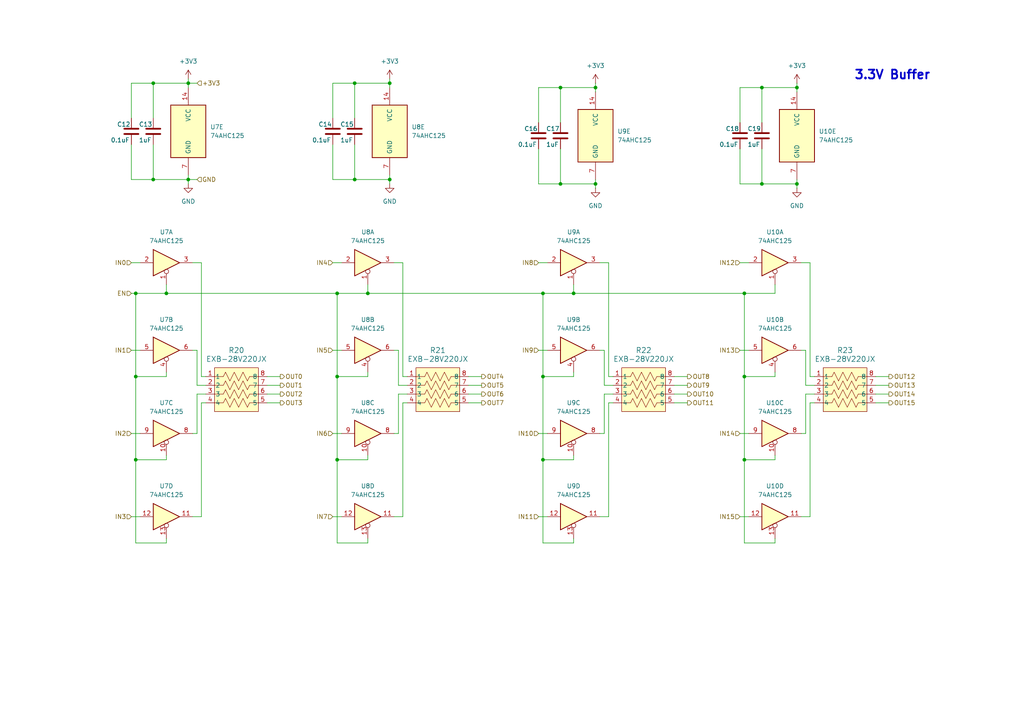
<source format=kicad_sch>
(kicad_sch (version 20250114) (generator "eeschema") (generator_version "9.0")
  (paper "A4")
  (lib_symbols
    (symbol "74xx:74AHCT125" (pin_names (offset 1.016))
      (property "Reference" "U" (at 0 1.27 0))
      (property "Value" "74AHCT125" (at 0 -1.27 0))
      (symbol "74AHCT125_1_0"
        (polyline (pts (xy -3.81 3.81) (xy -3.81 -3.81) (xy 3.81 0) (xy -3.81 3.81)) (stroke (width 0.254)) (fill (type background)))
        (pin input line (at -7.62 0 0) (length 3.81) (name "~") (number "2"))
        (pin input inverted (at 0 -6.35 90) (length 4.445) (name "~") (number "1"))
        (pin tri_state line (at 7.62 0 180) (length 3.81) (name "~") (number "3"))
      )
      (symbol "74AHCT125_2_0"
        (polyline (pts (xy -3.81 3.81) (xy -3.81 -3.81) (xy 3.81 0) (xy -3.81 3.81)) (stroke (width 0.254)) (fill (type background)))
        (pin input line (at -7.62 0 0) (length 3.81) (name "~") (number "5"))
        (pin input inverted (at 0 -6.35 90) (length 4.445) (name "~") (number "4"))
        (pin tri_state line (at 7.62 0 180) (length 3.81) (name "~") (number "6"))
      )
      (symbol "74AHCT125_3_0"
        (polyline (pts (xy -3.81 3.81) (xy -3.81 -3.81) (xy 3.81 0) (xy -3.81 3.81)) (stroke (width 0.254)) (fill (type background)))
        (pin input line (at -7.62 0 0) (length 3.81) (name "~") (number "9"))
        (pin input inverted (at 0 -6.35 90) (length 4.445) (name "~") (number "10"))
        (pin tri_state line (at 7.62 0 180) (length 3.81) (name "~") (number "8"))
      )
      (symbol "74AHCT125_4_0"
        (polyline (pts (xy -3.81 3.81) (xy -3.81 -3.81) (xy 3.81 0) (xy -3.81 3.81)) (stroke (width 0.254)) (fill (type background)))
        (pin input line (at -7.62 0 0) (length 3.81) (name "~") (number "12"))
        (pin input inverted (at 0 -6.35 90) (length 4.445) (name "~") (number "13"))
        (pin tri_state line (at 7.62 0 180) (length 3.81) (name "~") (number "11"))
      )
      (symbol "74AHCT125_5_0"
        (pin power_in line (at 0 12.7 270) (length 5.08) (name "VCC") (number "14"))
        (pin power_in line (at 0 -12.7 90) (length 5.08) (name "GND") (number "7"))
      )
      (symbol "74AHCT125_5_1"
        (rectangle (start -5.08 7.62) (end 5.08 -7.62) (stroke (width 0.254)) (fill (type background)))
      )
    )
    (symbol "Device:C" (pin_numbers (hide yes)) (pin_names (offset 0.254))
      (property "Reference" "C" (at 0.635 2.54 0))
      (property "Value" "C" (at 0.635 -2.54 0))
      (symbol "C_0_1"
        (polyline (pts (xy -2.032 0.762) (xy 2.032 0.762)) (stroke (width 0.508)))
        (polyline (pts (xy -2.032 -0.762) (xy 2.032 -0.762)) (stroke (width 0.508)))
      )
      (symbol "C_1_1"
        (pin passive line (at 0 3.81 270) (length 2.794) (name "~") (number "1"))
        (pin passive line (at 0 -3.81 90) (length 2.794) (name "~") (number "2"))
      )
    )
    (symbol "Device:EXB-28V220JX" (pin_names (offset 0.254))
      (property "Reference" "R" (at 8.382 9.144 0))
      (property "Value" "EXB-28V220JX" (at 8.89 5.588 0))
      (symbol "EXB-28V220JX_0_1"
        (polyline (pts (xy 2.54 0) (xy 5.08 0)) (stroke (width 0.127)))
        (polyline (pts (xy 2.54 -2.54) (xy 5.08 -2.54)) (stroke (width 0.127)))
        (polyline (pts (xy 2.54 -5.08) (xy 5.08 -5.08)) (stroke (width 0.127)))
        (polyline (pts (xy 2.54 -7.62) (xy 5.08 -7.62)) (stroke (width 0.127)))
        (polyline (pts (xy 5.08 0) (xy 5.715 1.27)) (stroke (width 0.127)))
        (polyline (pts (xy 5.08 -2.54) (xy 5.715 -1.27)) (stroke (width 0.127)))
        (polyline (pts (xy 5.08 -5.08) (xy 5.715 -3.81)) (stroke (width 0.127)))
        (polyline (pts (xy 5.08 -7.62) (xy 5.715 -6.35)) (stroke (width 0.127)))
        (polyline (pts (xy 5.715 1.27) (xy 6.985 -1.27)) (stroke (width 0.127)))
        (polyline (pts (xy 5.715 -1.27) (xy 6.985 -3.81)) (stroke (width 0.127)))
        (polyline (pts (xy 5.715 -3.81) (xy 6.985 -6.35)) (stroke (width 0.127)))
        (polyline (pts (xy 5.715 -6.35) (xy 6.985 -8.89)) (stroke (width 0.127)))
        (polyline (pts (xy 6.985 -1.27) (xy 8.255 1.27)) (stroke (width 0.127)))
        (polyline (pts (xy 6.985 -3.81) (xy 8.255 -1.27)) (stroke (width 0.127)))
        (polyline (pts (xy 6.985 -6.35) (xy 8.255 -3.81)) (stroke (width 0.127)))
        (polyline (pts (xy 6.985 -8.89) (xy 8.255 -6.35)) (stroke (width 0.127)))
        (polyline (pts (xy 8.255 1.27) (xy 9.525 -1.27)) (stroke (width 0.127)))
        (polyline (pts (xy 8.255 -1.27) (xy 9.525 -3.81)) (stroke (width 0.127)))
        (polyline (pts (xy 8.255 -3.81) (xy 9.525 -6.35)) (stroke (width 0.127)))
        (polyline (pts (xy 8.255 -6.35) (xy 9.525 -8.89)) (stroke (width 0.127)))
        (polyline (pts (xy 9.525 -1.27) (xy 10.795 1.27)) (stroke (width 0.127)))
        (polyline (pts (xy 9.525 -3.81) (xy 10.795 -1.27)) (stroke (width 0.127)))
        (polyline (pts (xy 9.525 -6.35) (xy 10.795 -3.81)) (stroke (width 0.127)))
        (polyline (pts (xy 9.525 -8.89) (xy 10.795 -6.35)) (stroke (width 0.127)))
        (polyline (pts (xy 10.795 1.27) (xy 12.065 -1.27)) (stroke (width 0.127)))
        (polyline (pts (xy 10.795 -1.27) (xy 12.065 -3.81)) (stroke (width 0.127)))
        (polyline (pts (xy 10.795 -3.81) (xy 12.065 -6.35)) (stroke (width 0.127)))
        (polyline (pts (xy 10.795 -6.35) (xy 12.065 -8.89)) (stroke (width 0.127)))
        (polyline (pts (xy 12.065 -1.27) (xy 12.7 0)) (stroke (width 0.127)))
        (polyline (pts (xy 12.065 -3.81) (xy 12.7 -2.54)) (stroke (width 0.127)))
        (polyline (pts (xy 12.065 -6.35) (xy 12.7 -5.08)) (stroke (width 0.127)))
        (polyline (pts (xy 12.065 -8.89) (xy 12.7 -7.62)) (stroke (width 0.127)))
        (polyline (pts (xy 12.7 0) (xy 15.24 0)) (stroke (width 0.127)))
        (polyline (pts (xy 12.7 -2.54) (xy 15.24 -2.54)) (stroke (width 0.127)))
        (polyline (pts (xy 12.7 -5.08) (xy 15.24 -5.08)) (stroke (width 0.127)))
        (polyline (pts (xy 12.7 -7.62) (xy 15.24 -7.62)) (stroke (width 0.127)))
        (pin unspecified line (at 0 0 0) (length 2.54) (name "1") (number "1"))
        (pin unspecified line (at 0 -2.54 0) (length 2.54) (name "2") (number "2"))
        (pin unspecified line (at 0 -5.08 0) (length 2.54) (name "3") (number "3"))
        (pin unspecified line (at 0 -7.62 0) (length 2.54) (name "4") (number "4"))
        (pin unspecified line (at 17.78 0 180) (length 2.54) (name "8") (number "8"))
        (pin unspecified line (at 17.78 -2.54 180) (length 2.54) (name "7") (number "7"))
        (pin unspecified line (at 17.78 -5.08 180) (length 2.54) (name "6") (number "6"))
        (pin unspecified line (at 17.78 -7.62 180) (length 2.54) (name "5") (number "5"))
      )
      (symbol "EXB-28V220JX_1_1"
        (rectangle (start 2.54 2.54) (end 15.24 -10.16) (fill (type background)))
      )
    )
    (symbol "power:+3V3" (power) (pin_numbers (hide yes)) (pin_names (offset 0) (hide yes))
      (property "Value" "+3V3" (at 0 3.556 0))
      (symbol "+3V3_0_1"
        (polyline (pts (xy -0.762 1.27) (xy 0 2.54)))
        (polyline (pts (xy 0 2.54) (xy 0.762 1.27)))
        (polyline (pts (xy 0 0) (xy 0 2.54)))
      )
      (symbol "+3V3_1_1"
        (pin power_in line (at 0 0 90) (length 0) (name "~") (number "1"))
      )
    )
    (symbol "power:GND" (power) (pin_numbers (hide yes)) (pin_names (offset 0) (hide yes))
      (property "Value" "GND" (at 0 -3.81 0))
      (symbol "GND_0_1"
        (polyline (pts (xy 0 0) (xy 0 -1.27) (xy 1.27 -1.27) (xy 0 -2.54) (xy -1.27 -1.27) (xy 0 -1.27)))
      )
      (symbol "GND_1_1"
        (pin power_in line (at 0 0 270) (length 0) (name "~") (number "1"))
      )
    )
  )
  (text "3.3V Buffer\n" (at 258.826 21.844 0) (effects (font (size 2.54 2.54) (thickness 0.508) (bold yes))))
  (junction (at 97.79 133.35))
  (junction (at 44.45 24.13))
  (junction (at 162.56 53.34))
  (junction (at 215.9 133.35))
  (junction (at 39.37 133.35))
  (junction (at 102.87 24.13))
  (junction (at 102.87 52.07))
  (junction (at 97.79 109.22))
  (junction (at 166.37 85.09))
  (junction (at 162.56 25.4))
  (junction (at 97.79 85.09))
  (junction (at 39.37 109.22))
  (junction (at 231.14 53.34))
  (junction (at 220.98 53.34))
  (junction (at 54.61 52.07))
  (junction (at 113.03 52.07))
  (junction (at 113.03 24.13))
  (junction (at 172.72 53.34))
  (junction (at 215.9 109.22))
  (junction (at 231.14 25.4))
  (junction (at 215.9 85.09))
  (junction (at 48.26 85.09))
  (junction (at 44.45 52.07))
  (junction (at 172.72 25.4))
  (junction (at 157.48 109.22))
  (junction (at 54.61 24.13))
  (junction (at 106.68 85.09))
  (junction (at 39.37 85.09))
  (junction (at 157.48 133.35))
  (junction (at 220.98 25.4))
  (junction (at 157.48 85.09))
  (wire (pts (xy 175.26 101.6) (xy 175.26 111.76)))
  (wire (pts (xy 96.52 76.2) (xy 99.06 76.2)))
  (wire (pts (xy 162.56 43.18) (xy 162.56 53.34)))
  (wire (pts (xy 57.15 101.6) (xy 57.15 111.76)))
  (wire (pts (xy 115.57 114.3) (xy 115.57 125.73)))
  (wire (pts (xy 135.89 114.3) (xy 139.7 114.3)))
  (wire (pts (xy 166.37 85.09) (xy 215.9 85.09)))
  (wire (pts (xy 166.37 132.08) (xy 166.37 133.35)))
  (wire (pts (xy 231.14 53.34) (xy 231.14 54.61)))
  (wire (pts (xy 172.72 24.13) (xy 172.72 25.4)))
  (wire (pts (xy 38.1 149.86) (xy 40.64 149.86)))
  (wire (pts (xy 172.72 53.34) (xy 172.72 54.61)))
  (wire (pts (xy 220.98 43.18) (xy 220.98 53.34)))
  (wire (pts (xy 173.99 125.73) (xy 175.26 125.73)))
  (wire (pts (xy 54.61 24.13) (xy 54.61 25.4)))
  (wire (pts (xy 233.68 101.6) (xy 233.68 111.76)))
  (wire (pts (xy 77.47 109.22) (xy 81.28 109.22)))
  (wire (pts (xy 172.72 25.4) (xy 162.56 25.4)))
  (wire (pts (xy 38.1 52.07) (xy 38.1 41.91)))
  (wire (pts (xy 54.61 50.8) (xy 54.61 52.07)))
  (wire (pts (xy 214.63 101.6) (xy 217.17 101.6)))
  (wire (pts (xy 97.79 109.22) (xy 97.79 133.35)))
  (wire (pts (xy 156.21 25.4) (xy 162.56 25.4)))
  (wire (pts (xy 214.63 25.4) (xy 220.98 25.4)))
  (wire (pts (xy 220.98 53.34) (xy 231.14 53.34)))
  (wire (pts (xy 97.79 85.09) (xy 97.79 109.22)))
  (wire (pts (xy 224.79 156.21) (xy 224.79 157.48)))
  (wire (pts (xy 157.48 109.22) (xy 157.48 133.35)))
  (wire (pts (xy 96.52 125.73) (xy 99.06 125.73)))
  (wire (pts (xy 54.61 52.07) (xy 57.15 52.07)))
  (wire (pts (xy 232.41 101.6) (xy 233.68 101.6)))
  (wire (pts (xy 195.58 114.3) (xy 199.39 114.3)))
  (wire (pts (xy 254 116.84) (xy 257.81 116.84)))
  (wire (pts (xy 116.84 116.84) (xy 116.84 149.86)))
  (wire (pts (xy 254 109.22) (xy 257.81 109.22)))
  (wire (pts (xy 135.89 111.76) (xy 139.7 111.76)))
  (wire (pts (xy 173.99 101.6) (xy 175.26 101.6)))
  (wire (pts (xy 156.21 53.34) (xy 162.56 53.34)))
  (wire (pts (xy 115.57 101.6) (xy 115.57 111.76)))
  (wire (pts (xy 39.37 85.09) (xy 48.26 85.09)))
  (wire (pts (xy 214.63 76.2) (xy 217.17 76.2)))
  (wire (pts (xy 195.58 111.76) (xy 199.39 111.76)))
  (wire (pts (xy 54.61 22.86) (xy 54.61 24.13)))
  (wire (pts (xy 55.88 76.2) (xy 58.42 76.2)))
  (wire (pts (xy 156.21 53.34) (xy 156.21 43.18)))
  (wire (pts (xy 118.11 116.84) (xy 116.84 116.84)))
  (wire (pts (xy 214.63 53.34) (xy 220.98 53.34)))
  (wire (pts (xy 39.37 133.35) (xy 39.37 157.48)))
  (wire (pts (xy 115.57 111.76) (xy 118.11 111.76)))
  (wire (pts (xy 177.8 114.3) (xy 175.26 114.3)))
  (wire (pts (xy 172.72 25.4) (xy 172.72 26.67)))
  (wire (pts (xy 232.41 125.73) (xy 233.68 125.73)))
  (wire (pts (xy 232.41 76.2) (xy 234.95 76.2)))
  (wire (pts (xy 176.53 109.22) (xy 177.8 109.22)))
  (wire (pts (xy 215.9 109.22) (xy 224.79 109.22)))
  (wire (pts (xy 215.9 133.35) (xy 224.79 133.35)))
  (wire (pts (xy 97.79 109.22) (xy 106.68 109.22)))
  (wire (pts (xy 97.79 133.35) (xy 97.79 157.48)))
  (wire (pts (xy 55.88 149.86) (xy 58.42 149.86)))
  (wire (pts (xy 55.88 101.6) (xy 57.15 101.6)))
  (wire (pts (xy 106.68 85.09) (xy 157.48 85.09)))
  (wire (pts (xy 113.03 24.13) (xy 113.03 25.4)))
  (wire (pts (xy 215.9 109.22) (xy 215.9 133.35)))
  (wire (pts (xy 176.53 76.2) (xy 176.53 109.22)))
  (wire (pts (xy 176.53 116.84) (xy 176.53 149.86)))
  (wire (pts (xy 114.3 76.2) (xy 116.84 76.2)))
  (wire (pts (xy 166.37 156.21) (xy 166.37 157.48)))
  (wire (pts (xy 39.37 133.35) (xy 48.26 133.35)))
  (wire (pts (xy 38.1 52.07) (xy 44.45 52.07)))
  (wire (pts (xy 77.47 111.76) (xy 81.28 111.76)))
  (wire (pts (xy 58.42 109.22) (xy 59.69 109.22)))
  (wire (pts (xy 175.26 114.3) (xy 175.26 125.73)))
  (wire (pts (xy 236.22 116.84) (xy 234.95 116.84)))
  (wire (pts (xy 254 114.3) (xy 257.81 114.3)))
  (wire (pts (xy 224.79 107.95) (xy 224.79 109.22)))
  (wire (pts (xy 39.37 109.22) (xy 48.26 109.22)))
  (wire (pts (xy 96.52 52.07) (xy 102.87 52.07)))
  (wire (pts (xy 55.88 125.73) (xy 57.15 125.73)))
  (wire (pts (xy 96.52 52.07) (xy 96.52 41.91)))
  (wire (pts (xy 224.79 82.55) (xy 224.79 85.09)))
  (wire (pts (xy 38.1 76.2) (xy 40.64 76.2)))
  (wire (pts (xy 54.61 24.13) (xy 57.15 24.13)))
  (wire (pts (xy 215.9 133.35) (xy 215.9 157.48)))
  (wire (pts (xy 116.84 76.2) (xy 116.84 109.22)))
  (wire (pts (xy 38.1 101.6) (xy 40.64 101.6)))
  (wire (pts (xy 54.61 24.13) (xy 44.45 24.13)))
  (wire (pts (xy 58.42 76.2) (xy 58.42 109.22)))
  (wire (pts (xy 96.52 101.6) (xy 99.06 101.6)))
  (wire (pts (xy 118.11 114.3) (xy 115.57 114.3)))
  (wire (pts (xy 214.63 149.86) (xy 217.17 149.86)))
  (wire (pts (xy 106.68 156.21) (xy 106.68 157.48)))
  (wire (pts (xy 156.21 149.86) (xy 158.75 149.86)))
  (wire (pts (xy 106.68 132.08) (xy 106.68 133.35)))
  (wire (pts (xy 96.52 24.13) (xy 102.87 24.13)))
  (wire (pts (xy 116.84 109.22) (xy 118.11 109.22)))
  (wire (pts (xy 157.48 85.09) (xy 157.48 109.22)))
  (wire (pts (xy 113.03 22.86) (xy 113.03 24.13)))
  (wire (pts (xy 172.72 52.07) (xy 172.72 53.34)))
  (wire (pts (xy 102.87 24.13) (xy 102.87 34.29)))
  (wire (pts (xy 44.45 41.91) (xy 44.45 52.07)))
  (wire (pts (xy 39.37 85.09) (xy 39.37 109.22)))
  (wire (pts (xy 231.14 24.13) (xy 231.14 25.4)))
  (wire (pts (xy 96.52 149.86) (xy 99.06 149.86)))
  (wire (pts (xy 58.42 116.84) (xy 58.42 149.86)))
  (wire (pts (xy 173.99 149.86) (xy 176.53 149.86)))
  (wire (pts (xy 157.48 133.35) (xy 157.48 157.48)))
  (wire (pts (xy 48.26 82.55) (xy 48.26 85.09)))
  (wire (pts (xy 162.56 53.34) (xy 172.72 53.34)))
  (wire (pts (xy 96.52 34.29) (xy 96.52 24.13)))
  (wire (pts (xy 48.26 85.09) (xy 97.79 85.09)))
  (wire (pts (xy 59.69 114.3) (xy 57.15 114.3)))
  (wire (pts (xy 156.21 125.73) (xy 158.75 125.73)))
  (wire (pts (xy 157.48 133.35) (xy 166.37 133.35)))
  (wire (pts (xy 38.1 85.09) (xy 39.37 85.09)))
  (wire (pts (xy 177.8 116.84) (xy 176.53 116.84)))
  (wire (pts (xy 97.79 85.09) (xy 106.68 85.09)))
  (wire (pts (xy 114.3 125.73) (xy 115.57 125.73)))
  (wire (pts (xy 156.21 35.56) (xy 156.21 25.4)))
  (wire (pts (xy 215.9 157.48) (xy 224.79 157.48)))
  (wire (pts (xy 214.63 125.73) (xy 217.17 125.73)))
  (wire (pts (xy 231.14 25.4) (xy 220.98 25.4)))
  (wire (pts (xy 113.03 52.07) (xy 113.03 53.34)))
  (wire (pts (xy 215.9 85.09) (xy 215.9 109.22)))
  (wire (pts (xy 39.37 157.48) (xy 48.26 157.48)))
  (wire (pts (xy 220.98 25.4) (xy 220.98 35.56)))
  (wire (pts (xy 135.89 109.22) (xy 139.7 109.22)))
  (wire (pts (xy 97.79 133.35) (xy 106.68 133.35)))
  (wire (pts (xy 166.37 82.55) (xy 166.37 85.09)))
  (wire (pts (xy 48.26 107.95) (xy 48.26 109.22)))
  (wire (pts (xy 38.1 34.29) (xy 38.1 24.13)))
  (wire (pts (xy 231.14 25.4) (xy 231.14 26.67)))
  (wire (pts (xy 106.68 107.95) (xy 106.68 109.22)))
  (wire (pts (xy 39.37 109.22) (xy 39.37 133.35)))
  (wire (pts (xy 114.3 149.86) (xy 116.84 149.86)))
  (wire (pts (xy 157.48 85.09) (xy 166.37 85.09)))
  (wire (pts (xy 232.41 149.86) (xy 234.95 149.86)))
  (wire (pts (xy 48.26 132.08) (xy 48.26 133.35)))
  (wire (pts (xy 214.63 53.34) (xy 214.63 43.18)))
  (wire (pts (xy 38.1 125.73) (xy 40.64 125.73)))
  (wire (pts (xy 231.14 52.07) (xy 231.14 53.34)))
  (wire (pts (xy 233.68 114.3) (xy 233.68 125.73)))
  (wire (pts (xy 44.45 24.13) (xy 44.45 34.29)))
  (wire (pts (xy 195.58 116.84) (xy 199.39 116.84)))
  (wire (pts (xy 57.15 114.3) (xy 57.15 125.73)))
  (wire (pts (xy 54.61 52.07) (xy 54.61 53.34)))
  (wire (pts (xy 157.48 109.22) (xy 166.37 109.22)))
  (wire (pts (xy 234.95 109.22) (xy 236.22 109.22)))
  (wire (pts (xy 233.68 111.76) (xy 236.22 111.76)))
  (wire (pts (xy 77.47 116.84) (xy 81.28 116.84)))
  (wire (pts (xy 224.79 132.08) (xy 224.79 133.35)))
  (wire (pts (xy 234.95 76.2) (xy 234.95 109.22)))
  (wire (pts (xy 97.79 157.48) (xy 106.68 157.48)))
  (wire (pts (xy 59.69 116.84) (xy 58.42 116.84)))
  (wire (pts (xy 48.26 156.21) (xy 48.26 157.48)))
  (wire (pts (xy 157.48 157.48) (xy 166.37 157.48)))
  (wire (pts (xy 214.63 35.56) (xy 214.63 25.4)))
  (wire (pts (xy 113.03 50.8) (xy 113.03 52.07)))
  (wire (pts (xy 38.1 24.13) (xy 44.45 24.13)))
  (wire (pts (xy 106.68 82.55) (xy 106.68 85.09)))
  (wire (pts (xy 102.87 52.07) (xy 113.03 52.07)))
  (wire (pts (xy 195.58 109.22) (xy 199.39 109.22)))
  (wire (pts (xy 156.21 101.6) (xy 158.75 101.6)))
  (wire (pts (xy 166.37 107.95) (xy 166.37 109.22)))
  (wire (pts (xy 102.87 41.91) (xy 102.87 52.07)))
  (wire (pts (xy 77.47 114.3) (xy 81.28 114.3)))
  (wire (pts (xy 57.15 111.76) (xy 59.69 111.76)))
  (wire (pts (xy 234.95 116.84) (xy 234.95 149.86)))
  (wire (pts (xy 175.26 111.76) (xy 177.8 111.76)))
  (wire (pts (xy 236.22 114.3) (xy 233.68 114.3)))
  (wire (pts (xy 113.03 24.13) (xy 102.87 24.13)))
  (wire (pts (xy 135.89 116.84) (xy 139.7 116.84)))
  (wire (pts (xy 254 111.76) (xy 257.81 111.76)))
  (wire (pts (xy 173.99 76.2) (xy 176.53 76.2)))
  (wire (pts (xy 44.45 52.07) (xy 54.61 52.07)))
  (wire (pts (xy 215.9 85.09) (xy 224.79 85.09)))
  (wire (pts (xy 114.3 101.6) (xy 115.57 101.6)))
  (wire (pts (xy 162.56 25.4) (xy 162.56 35.56)))
  (wire (pts (xy 156.21 76.2) (xy 158.75 76.2)))
  (hierarchical_label "IN14" (shape input) (at 214.63 125.73 180))
  (hierarchical_label "IN11" (shape input) (at 156.21 149.86 180))
  (hierarchical_label "+3V3" (shape input) (at 57.15 24.13 0))
  (hierarchical_label "OUT13" (shape output) (at 257.81 111.76 0))
  (hierarchical_label "IN0" (shape input) (at 38.1 76.2 180))
  (hierarchical_label "IN6" (shape input) (at 96.52 125.73 180))
  (hierarchical_label "IN8" (shape input) (at 156.21 76.2 180))
  (hierarchical_label "OUT11" (shape output) (at 199.39 116.84 0))
  (hierarchical_label "OUT0" (shape output) (at 81.28 109.22 0))
  (hierarchical_label "IN15" (shape input) (at 214.63 149.86 180))
  (hierarchical_label "IN4" (shape input) (at 96.52 76.2 180))
  (hierarchical_label "IN1" (shape input) (at 38.1 101.6 180))
  (hierarchical_label "IN12" (shape input) (at 214.63 76.2 180))
  (hierarchical_label "OUT9" (shape output) (at 199.39 111.76 0))
  (hierarchical_label "OUT2" (shape output) (at 81.28 114.3 0))
  (hierarchical_label "OUT12" (shape output) (at 257.81 109.22 0))
  (hierarchical_label "IN9" (shape input) (at 156.21 101.6 180))
  (hierarchical_label "EN" (shape input) (at 38.1 85.09 180))
  (hierarchical_label "IN5" (shape input) (at 96.52 101.6 180))
  (hierarchical_label "OUT10" (shape output) (at 199.39 114.3 0))
  (hierarchical_label "OUT6" (shape output) (at 139.7 114.3 0))
  (hierarchical_label "IN3" (shape input) (at 38.1 149.86 180))
  (hierarchical_label "OUT7" (shape output) (at 139.7 116.84 0))
  (hierarchical_label "OUT4" (shape output) (at 139.7 109.22 0))
  (hierarchical_label "OUT3" (shape output) (at 81.28 116.84 0))
  (hierarchical_label "OUT15" (shape output) (at 257.81 116.84 0))
  (hierarchical_label "GND" (shape input) (at 57.15 52.07 0))
  (hierarchical_label "OUT14" (shape output) (at 257.81 114.3 0))
  (hierarchical_label "OUT8" (shape output) (at 199.39 109.22 0))
  (hierarchical_label "IN10" (shape input) (at 156.21 125.73 180))
  (hierarchical_label "OUT5" (shape output) (at 139.7 111.76 0))
  (hierarchical_label "IN2" (shape input) (at 38.1 125.73 180))
  (hierarchical_label "IN7" (shape input) (at 96.52 149.86 180))
  (hierarchical_label "IN13" (shape input) (at 214.63 101.6 180))
  (hierarchical_label "OUT1" (shape output) (at 81.28 111.76 0))
  (symbol (lib_id "74xx:74AHCT125") (at 48.26 149.86 0) (unit 4)
    (property "Reference" "U7" (at 48.26 140.97 0))
    (property "Value" "74AHC125" (at 48.26 143.51 0))
    (property "Footprint" "Package_SO:TSSOP-14_4.4x5mm_P0.65mm" (effects (hide yes)))
    (property "Datasheet" "https://www.ti.com/lit/ds/symlink/sn74ahct125.pdf" (effects (hide yes)))
    (property "Description" "Quadruple Bus Buffer Gates With 3-State Outputs" (effects (hide yes)))
  )
  (symbol (lib_id "74xx:74AHCT125") (at 166.37 125.73 0) (unit 3)
    (property "Reference" "U9" (at 166.37 116.84 0))
    (property "Value" "74AHC125" (at 166.37 119.38 0))
    (property "Footprint" "Package_SO:TSSOP-14_4.4x5mm_P0.65mm" (effects (hide yes)))
    (property "Datasheet" "https://www.ti.com/lit/ds/symlink/sn74ahct125.pdf" (effects (hide yes)))
    (property "Description" "Quadruple Bus Buffer Gates With 3-State Outputs" (effects (hide yes)))
  )
  (symbol (lib_id "Device:EXB-28V220JX") (at 177.8 109.22 0) (unit 1)
    (property "Reference" "R22" (at 186.69 101.6 0) (effects (font (size 1.524 1.524))))
    (property "Value" "EXB-28V220JX" (at 186.69 104.14 0) (effects (font (size 1.524 1.524))))
    (property "Footprint" "Resistor_SMD:EXB28V_PAN" (effects (hide yes)))
    (property "Datasheet" "EXB-28V220JX" (effects (hide yes)))
  )
  (symbol (lib_id "74xx:74AHCT125") (at 54.61 38.1 0) (unit 5)
    (property "Reference" "U7" (at 60.96 36.8299 0) (effects (justify left)))
    (property "Value" "74AHC125" (at 60.96 39.3699 0) (effects (justify left)))
    (property "Footprint" "Package_SO:TSSOP-14_4.4x5mm_P0.65mm" (effects (hide yes)))
    (property "Datasheet" "https://www.ti.com/lit/ds/symlink/sn74ahct125.pdf" (effects (hide yes)))
    (property "Description" "Quadruple Bus Buffer Gates With 3-State Outputs" (effects (hide yes)))
  )
  (symbol (lib_id "74xx:74AHCT125") (at 106.68 149.86 0) (unit 4)
    (property "Reference" "U8" (at 106.68 140.97 0))
    (property "Value" "74AHC125" (at 106.68 143.51 0))
    (property "Footprint" "Package_SO:TSSOP-14_4.4x5mm_P0.65mm" (effects (hide yes)))
    (property "Datasheet" "https://www.ti.com/lit/ds/symlink/sn74ahct125.pdf" (effects (hide yes)))
    (property "Description" "Quadruple Bus Buffer Gates With 3-State Outputs" (effects (hide yes)))
  )
  (symbol (lib_id "Device:C") (at 44.45 38.1 0) (mirror y) (unit 1)
    (property "Reference" "C13" (at 44.196 36.068 0) (effects (justify left)))
    (property "Value" "1uF" (at 43.942 40.64 0) (effects (justify left)))
    (property "Footprint" "Capacitor_SMD:C_0805_2012Metric" (effects (hide yes)))
    (property "Description" "Unpolarized capacitor" (effects (hide yes)))
  )
  (symbol (lib_id "Device:C") (at 38.1 38.1 0) (mirror y) (unit 1)
    (property "Reference" "C12" (at 37.846 36.068 0) (effects (justify left)))
    (property "Value" "0.1uF" (at 37.592 40.64 0) (effects (justify left)))
    (property "Footprint" "Capacitor_SMD:C_0805_2012Metric" (effects (hide yes)))
    (property "Description" "Unpolarized capacitor" (effects (hide yes)))
  )
  (symbol (lib_id "Device:EXB-28V220JX") (at 236.22 109.22 0) (unit 1)
    (property "Reference" "R23" (at 245.11 101.6 0) (effects (font (size 1.524 1.524))))
    (property "Value" "EXB-28V220JX" (at 245.11 104.14 0) (effects (font (size 1.524 1.524))))
    (property "Footprint" "Resistor_SMD:EXB28V_PAN" (effects (hide yes)))
    (property "Datasheet" "EXB-28V220JX" (effects (hide yes)))
  )
  (symbol (lib_id "Device:C") (at 96.52 38.1 0) (mirror y) (unit 1)
    (property "Reference" "C14" (at 96.266 36.068 0) (effects (justify left)))
    (property "Value" "0.1uF" (at 96.012 40.64 0) (effects (justify left)))
    (property "Footprint" "Capacitor_SMD:C_0805_2012Metric" (effects (hide yes)))
    (property "Description" "Unpolarized capacitor" (effects (hide yes)))
  )
  (symbol (lib_id "74xx:74AHCT125") (at 172.72 39.37 0) (unit 5)
    (property "Reference" "U9" (at 179.07 38.0999 0) (effects (justify left)))
    (property "Value" "74AHC125" (at 179.07 40.6399 0) (effects (justify left)))
    (property "Footprint" "Package_SO:TSSOP-14_4.4x5mm_P0.65mm" (effects (hide yes)))
    (property "Datasheet" "https://www.ti.com/lit/ds/symlink/sn74ahct125.pdf" (effects (hide yes)))
    (property "Description" "Quadruple Bus Buffer Gates With 3-State Outputs" (effects (hide yes)))
  )
  (symbol (lib_id "Device:EXB-28V220JX") (at 59.69 109.22 0) (unit 1)
    (property "Reference" "R20" (at 68.58 101.6 0) (effects (font (size 1.524 1.524))))
    (property "Value" "EXB-28V220JX" (at 68.58 104.14 0) (effects (font (size 1.524 1.524))))
    (property "Footprint" "Resistor_SMD:EXB28V_PAN" (effects (hide yes)))
    (property "Datasheet" "EXB-28V220JX" (effects (hide yes)))
  )
  (symbol (lib_id "power:+3V3") (at 113.03 22.86 0) (unit 1)
    (property "Reference" "#PWR039" (effects (hide yes)))
    (property "Value" "+3V3" (at 113.03 17.78 0))
    (property "Description" "Power symbol creates a global label with name \"+3V3\"" (effects (hide yes)))
  )
  (symbol (lib_id "74xx:74AHCT125") (at 166.37 101.6 0) (unit 2)
    (property "Reference" "U9" (at 166.37 92.71 0))
    (property "Value" "74AHC125" (at 166.37 95.25 0))
    (property "Footprint" "Package_SO:TSSOP-14_4.4x5mm_P0.65mm" (effects (hide yes)))
    (property "Datasheet" "https://www.ti.com/lit/ds/symlink/sn74ahct125.pdf" (effects (hide yes)))
    (property "Description" "Quadruple Bus Buffer Gates With 3-State Outputs" (effects (hide yes)))
  )
  (symbol (lib_id "74xx:74AHCT125") (at 224.79 125.73 0) (unit 3)
    (property "Reference" "U10" (at 224.79 116.84 0))
    (property "Value" "74AHC125" (at 224.79 119.38 0))
    (property "Footprint" "Package_SO:TSSOP-14_4.4x5mm_P0.65mm" (effects (hide yes)))
    (property "Datasheet" "https://www.ti.com/lit/ds/symlink/sn74ahct125.pdf" (effects (hide yes)))
    (property "Description" "Quadruple Bus Buffer Gates With 3-State Outputs" (effects (hide yes)))
  )
  (symbol (lib_id "Device:C") (at 156.21 39.37 0) (mirror y) (unit 1)
    (property "Reference" "C16" (at 155.956 37.338 0) (effects (justify left)))
    (property "Value" "0.1uF" (at 155.702 41.91 0) (effects (justify left)))
    (property "Footprint" "Capacitor_SMD:C_0805_2012Metric" (effects (hide yes)))
    (property "Description" "Unpolarized capacitor" (effects (hide yes)))
  )
  (symbol (lib_id "74xx:74AHCT125") (at 224.79 149.86 0) (unit 4)
    (property "Reference" "U10" (at 224.79 140.97 0))
    (property "Value" "74AHC125" (at 224.79 143.51 0))
    (property "Footprint" "Package_SO:TSSOP-14_4.4x5mm_P0.65mm" (effects (hide yes)))
    (property "Datasheet" "https://www.ti.com/lit/ds/symlink/sn74ahct125.pdf" (effects (hide yes)))
    (property "Description" "Quadruple Bus Buffer Gates With 3-State Outputs" (effects (hide yes)))
  )
  (symbol (lib_id "74xx:74AHCT125") (at 166.37 149.86 0) (unit 4)
    (property "Reference" "U9" (at 166.37 140.97 0))
    (property "Value" "74AHC125" (at 166.37 143.51 0))
    (property "Footprint" "Package_SO:TSSOP-14_4.4x5mm_P0.65mm" (effects (hide yes)))
    (property "Datasheet" "https://www.ti.com/lit/ds/symlink/sn74ahct125.pdf" (effects (hide yes)))
    (property "Description" "Quadruple Bus Buffer Gates With 3-State Outputs" (effects (hide yes)))
  )
  (symbol (lib_id "74xx:74AHCT125") (at 106.68 101.6 0) (unit 2)
    (property "Reference" "U8" (at 106.68 92.71 0))
    (property "Value" "74AHC125" (at 106.68 95.25 0))
    (property "Footprint" "Package_SO:TSSOP-14_4.4x5mm_P0.65mm" (effects (hide yes)))
    (property "Datasheet" "https://www.ti.com/lit/ds/symlink/sn74ahct125.pdf" (effects (hide yes)))
    (property "Description" "Quadruple Bus Buffer Gates With 3-State Outputs" (effects (hide yes)))
  )
  (symbol (lib_id "power:+3V3") (at 54.61 22.86 0) (unit 1)
    (property "Reference" "#PWR035" (effects (hide yes)))
    (property "Value" "+3V3" (at 54.61 17.78 0))
    (property "Description" "Power symbol creates a global label with name \"+3V3\"" (effects (hide yes)))
  )
  (symbol (lib_id "74xx:74AHCT125") (at 48.26 125.73 0) (unit 3)
    (property "Reference" "U7" (at 48.26 116.84 0))
    (property "Value" "74AHC125" (at 48.26 119.38 0))
    (property "Footprint" "Package_SO:TSSOP-14_4.4x5mm_P0.65mm" (effects (hide yes)))
    (property "Datasheet" "https://www.ti.com/lit/ds/symlink/sn74ahct125.pdf" (effects (hide yes)))
    (property "Description" "Quadruple Bus Buffer Gates With 3-State Outputs" (effects (hide yes)))
  )
  (symbol (lib_id "Device:C") (at 102.87 38.1 0) (mirror y) (unit 1)
    (property "Reference" "C15" (at 102.616 36.068 0) (effects (justify left)))
    (property "Value" "1uF" (at 102.362 40.64 0) (effects (justify left)))
    (property "Footprint" "Capacitor_SMD:C_0805_2012Metric" (effects (hide yes)))
    (property "Description" "Unpolarized capacitor" (effects (hide yes)))
  )
  (symbol (lib_id "power:GND") (at 54.61 53.34 0) (unit 1)
    (property "Reference" "#PWR049" (effects (hide yes)))
    (property "Value" "GND" (at 54.61 58.42 0))
    (property "Description" "Power symbol creates a global label with name \"GND\" , ground" (effects (hide yes)))
  )
  (symbol (lib_id "74xx:74AHCT125") (at 48.26 76.2 0) (unit 1)
    (property "Reference" "U7" (at 48.26 67.31 0))
    (property "Value" "74AHC125" (at 48.26 69.85 0))
    (property "Footprint" "Package_SO:TSSOP-14_4.4x5mm_P0.65mm" (effects (hide yes)))
    (property "Datasheet" "https://www.ti.com/lit/ds/symlink/sn74ahct125.pdf" (effects (hide yes)))
    (property "Description" "Quadruple Bus Buffer Gates With 3-State Outputs" (effects (hide yes)))
  )
  (symbol (lib_id "74xx:74AHCT125") (at 106.68 76.2 0) (unit 1)
    (property "Reference" "U8" (at 106.68 67.31 0))
    (property "Value" "74AHC125" (at 106.68 69.85 0))
    (property "Footprint" "Package_SO:TSSOP-14_4.4x5mm_P0.65mm" (effects (hide yes)))
    (property "Datasheet" "https://www.ti.com/lit/ds/symlink/sn74ahct125.pdf" (effects (hide yes)))
    (property "Description" "Quadruple Bus Buffer Gates With 3-State Outputs" (effects (hide yes)))
  )
  (symbol (lib_id "power:GND") (at 231.14 54.61 0) (unit 1)
    (property "Reference" "#PWR061" (effects (hide yes)))
    (property "Value" "GND" (at 231.14 59.69 0))
    (property "Description" "Power symbol creates a global label with name \"GND\" , ground" (effects (hide yes)))
  )
  (symbol (lib_id "74xx:74AHCT125") (at 224.79 76.2 0) (unit 1)
    (property "Reference" "U10" (at 224.79 67.31 0))
    (property "Value" "74AHC125" (at 224.79 69.85 0))
    (property "Footprint" "Package_SO:TSSOP-14_4.4x5mm_P0.65mm" (effects (hide yes)))
    (property "Datasheet" "https://www.ti.com/lit/ds/symlink/sn74ahct125.pdf" (effects (hide yes)))
    (property "Description" "Quadruple Bus Buffer Gates With 3-State Outputs" (effects (hide yes)))
  )
  (symbol (lib_id "74xx:74AHCT125") (at 224.79 101.6 0) (unit 2)
    (property "Reference" "U10" (at 224.79 92.71 0))
    (property "Value" "74AHC125" (at 224.79 95.25 0))
    (property "Footprint" "Package_SO:TSSOP-14_4.4x5mm_P0.65mm" (effects (hide yes)))
    (property "Datasheet" "https://www.ti.com/lit/ds/symlink/sn74ahct125.pdf" (effects (hide yes)))
    (property "Description" "Quadruple Bus Buffer Gates With 3-State Outputs" (effects (hide yes)))
  )
  (symbol (lib_id "Device:EXB-28V220JX") (at 118.11 109.22 0) (unit 1)
    (property "Reference" "R21" (at 127 101.6 0) (effects (font (size 1.524 1.524))))
    (property "Value" "EXB-28V220JX" (at 127 104.14 0) (effects (font (size 1.524 1.524))))
    (property "Footprint" "Resistor_SMD:EXB28V_PAN" (effects (hide yes)))
    (property "Datasheet" "EXB-28V220JX" (effects (hide yes)))
  )
  (symbol (lib_id "Device:C") (at 214.63 39.37 0) (mirror y) (unit 1)
    (property "Reference" "C18" (at 214.376 37.338 0) (effects (justify left)))
    (property "Value" "0.1uF" (at 214.122 41.91 0) (effects (justify left)))
    (property "Footprint" "Capacitor_SMD:C_0805_2012Metric" (effects (hide yes)))
    (property "Description" "Unpolarized capacitor" (effects (hide yes)))
  )
  (symbol (lib_id "74xx:74AHCT125") (at 113.03 38.1 0) (unit 5)
    (property "Reference" "U8" (at 119.38 36.8299 0) (effects (justify left)))
    (property "Value" "74AHC125" (at 119.38 39.3699 0) (effects (justify left)))
    (property "Footprint" "Package_SO:TSSOP-14_4.4x5mm_P0.65mm" (effects (hide yes)))
    (property "Datasheet" "https://www.ti.com/lit/ds/symlink/sn74ahct125.pdf" (effects (hide yes)))
    (property "Description" "Quadruple Bus Buffer Gates With 3-State Outputs" (effects (hide yes)))
  )
  (symbol (lib_id "74xx:74AHCT125") (at 106.68 125.73 0) (unit 3)
    (property "Reference" "U8" (at 106.68 116.84 0))
    (property "Value" "74AHC125" (at 106.68 119.38 0))
    (property "Footprint" "Package_SO:TSSOP-14_4.4x5mm_P0.65mm" (effects (hide yes)))
    (property "Datasheet" "https://www.ti.com/lit/ds/symlink/sn74ahct125.pdf" (effects (hide yes)))
    (property "Description" "Quadruple Bus Buffer Gates With 3-State Outputs" (effects (hide yes)))
  )
  (symbol (lib_id "Device:C") (at 220.98 39.37 0) (mirror y) (unit 1)
    (property "Reference" "C19" (at 220.726 37.338 0) (effects (justify left)))
    (property "Value" "1uF" (at 220.472 41.91 0) (effects (justify left)))
    (property "Footprint" "Capacitor_SMD:C_0805_2012Metric" (effects (hide yes)))
    (property "Description" "Unpolarized capacitor" (effects (hide yes)))
  )
  (symbol (lib_id "power:GND") (at 113.03 53.34 0) (unit 1)
    (property "Reference" "#PWR053" (effects (hide yes)))
    (property "Value" "GND" (at 113.03 58.42 0))
    (property "Description" "Power symbol creates a global label with name \"GND\" , ground" (effects (hide yes)))
  )
  (symbol (lib_id "Device:C") (at 162.56 39.37 0) (mirror y) (unit 1)
    (property "Reference" "C17" (at 162.306 37.338 0) (effects (justify left)))
    (property "Value" "1uF" (at 162.052 41.91 0) (effects (justify left)))
    (property "Footprint" "Capacitor_SMD:C_0805_2012Metric" (effects (hide yes)))
    (property "Description" "Unpolarized capacitor" (effects (hide yes)))
  )
  (symbol (lib_id "power:+3V3") (at 231.14 24.13 0) (unit 1)
    (property "Reference" "#PWR048" (effects (hide yes)))
    (property "Value" "+3V3" (at 231.14 19.05 0))
    (property "Description" "Power symbol creates a global label with name \"+3V3\"" (effects (hide yes)))
  )
  (symbol (lib_id "74xx:74AHCT125") (at 166.37 76.2 0) (unit 1)
    (property "Reference" "U9" (at 166.37 67.31 0))
    (property "Value" "74AHC125" (at 166.37 69.85 0))
    (property "Footprint" "Package_SO:TSSOP-14_4.4x5mm_P0.65mm" (effects (hide yes)))
    (property "Datasheet" "https://www.ti.com/lit/ds/symlink/sn74ahct125.pdf" (effects (hide yes)))
    (property "Description" "Quadruple Bus Buffer Gates With 3-State Outputs" (effects (hide yes)))
  )
  (symbol (lib_id "74xx:74AHCT125") (at 231.14 39.37 0) (unit 5)
    (property "Reference" "U10" (at 237.49 38.0999 0) (effects (justify left)))
    (property "Value" "74AHC125" (at 237.49 40.6399 0) (effects (justify left)))
    (property "Footprint" "Package_SO:TSSOP-14_4.4x5mm_P0.65mm" (effects (hide yes)))
    (property "Datasheet" "https://www.ti.com/lit/ds/symlink/sn74ahct125.pdf" (effects (hide yes)))
    (property "Description" "Quadruple Bus Buffer Gates With 3-State Outputs" (effects (hide yes)))
  )
  (symbol (lib_id "power:+3V3") (at 172.72 24.13 0) (unit 1)
    (property "Reference" "#PWR043" (effects (hide yes)))
    (property "Value" "+3V3" (at 172.72 19.05 0))
    (property "Description" "Power symbol creates a global label with name \"+3V3\"" (effects (hide yes)))
  )
  (symbol (lib_id "74xx:74AHCT125") (at 48.26 101.6 0) (unit 2)
    (property "Reference" "U7" (at 48.26 92.71 0))
    (property "Value" "74AHC125" (at 48.26 95.25 0))
    (property "Footprint" "Package_SO:TSSOP-14_4.4x5mm_P0.65mm" (effects (hide yes)))
    (property "Datasheet" "https://www.ti.com/lit/ds/symlink/sn74ahct125.pdf" (effects (hide yes)))
    (property "Description" "Quadruple Bus Buffer Gates With 3-State Outputs" (effects (hide yes)))
  )
  (symbol (lib_id "power:GND") (at 172.72 54.61 0) (unit 1)
    (property "Reference" "#PWR057" (effects (hide yes)))
    (property "Value" "GND" (at 172.72 59.69 0))
    (property "Description" "Power symbol creates a global label with name \"GND\" , ground" (effects (hide yes)))
  )
)
</source>
